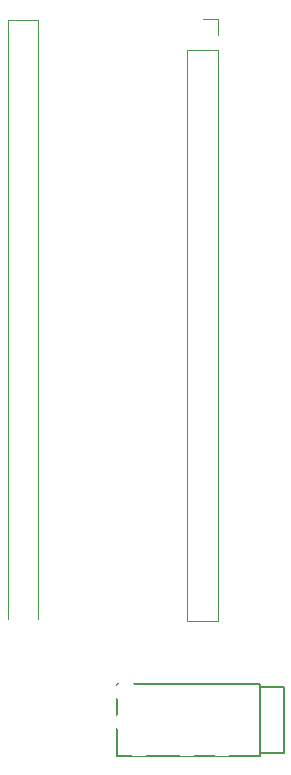
<source format=gto>
%TF.GenerationSoftware,KiCad,Pcbnew,9.0.4*%
%TF.CreationDate,2025-09-18T00:08:17-03:00*%
%TF.ProjectId,KalyPCB,4b616c79-5043-4422-9e6b-696361645f70,v1.0.0*%
%TF.SameCoordinates,Original*%
%TF.FileFunction,Legend,Top*%
%TF.FilePolarity,Positive*%
%FSLAX46Y46*%
G04 Gerber Fmt 4.6, Leading zero omitted, Abs format (unit mm)*
G04 Created by KiCad (PCBNEW 9.0.4) date 2025-09-18 00:08:17*
%MOMM*%
%LPD*%
G01*
G04 APERTURE LIST*
%ADD10C,0.120000*%
%ADD11C,0.150000*%
%ADD12C,1.701800*%
%ADD13C,3.429000*%
%ADD14C,2.032000*%
%ADD15R,1.700000X1.700000*%
%ADD16C,1.700000*%
%ADD17C,0.800000*%
%ADD18O,2.000000X1.600000*%
G04 APERTURE END LIST*
D10*
%TO.C,*%
X127230000Y-22170000D02*
X127230000Y-72970000D01*
X129770000Y-22170000D02*
X127230000Y-22170000D01*
X129770000Y-72970000D02*
X127230000Y-72970000D01*
X129770000Y-72970000D02*
X129770000Y-22170000D01*
X142410000Y-24710000D02*
X142410000Y-73030000D01*
X142410000Y-73030000D02*
X145070000Y-73030000D01*
X145070000Y-22110000D02*
X143740000Y-22110000D01*
X145070000Y-23440000D02*
X145070000Y-22110000D01*
X145070000Y-24710000D02*
X142410000Y-24710000D01*
X145070000Y-73030000D02*
X145070000Y-24710000D01*
D11*
%TO.C,J1*%
X148590000Y-78370000D02*
X136490000Y-78370000D01*
X148590000Y-78620000D02*
X150590000Y-78620000D01*
X150590000Y-84220000D02*
X150590000Y-78620000D01*
X148590000Y-84220000D02*
X150590000Y-84220000D01*
X148590000Y-84470000D02*
X148590000Y-78370000D01*
X148590000Y-84470000D02*
X136490000Y-84470000D01*
X136490000Y-84470000D02*
X136490000Y-78370000D01*
%TD*%
%LPC*%
D10*
%TO.C,*%
X127230000Y-72970000D02*
X129770000Y-72970000D01*
%TD*%
D12*
%TO.C,S8*%
X63500000Y-43500000D03*
D13*
X58000000Y-43500000D03*
D12*
X52500000Y-43500000D03*
D14*
X63000000Y-47300000D03*
X53000000Y-47300000D03*
X58000000Y-49400000D03*
X58000000Y-49400000D03*
%TD*%
D12*
%TO.C,S20*%
X115938462Y-86226324D03*
D13*
X120602727Y-89140880D03*
D12*
X125266992Y-92055436D03*
D14*
X118376180Y-83268701D03*
X126856661Y-88567894D03*
X123729251Y-84137396D03*
X123729251Y-84137396D03*
%TD*%
D12*
%TO.C,S10*%
X81500000Y-55740000D03*
D13*
X76000000Y-55740000D03*
D12*
X70500000Y-55740000D03*
D14*
X81000000Y-59540000D03*
X71000000Y-59540000D03*
X76000000Y-61640000D03*
X76000000Y-61640000D03*
%TD*%
D12*
%TO.C,S13*%
X99500000Y-60500000D03*
D13*
X94000000Y-60500000D03*
D12*
X88500000Y-60500000D03*
D14*
X99000000Y-64300000D03*
X89000000Y-64300000D03*
X94000000Y-66400000D03*
X94000000Y-66400000D03*
%TD*%
D12*
%TO.C,S4*%
X45500000Y-73070000D03*
D13*
X40000000Y-73070000D03*
D12*
X34500000Y-73070000D03*
D14*
X45000000Y-76870000D03*
X35000000Y-76870000D03*
X40000000Y-78970000D03*
X40000000Y-78970000D03*
%TD*%
D15*
%TO.C,*%
X125840000Y-23460000D03*
X143740000Y-23440000D03*
D16*
X125840000Y-26000000D03*
X143740000Y-25980000D03*
X125840000Y-28540000D03*
X143740000Y-28520000D03*
X125840000Y-31080000D03*
X143740000Y-31060000D03*
X125840000Y-33620000D03*
X143740000Y-33600000D03*
X125840000Y-36160000D03*
X143740000Y-36140000D03*
X125840000Y-38700000D03*
X143740000Y-38680000D03*
X125840000Y-41240000D03*
X143740000Y-41220000D03*
X125840000Y-43780000D03*
X143740000Y-43760000D03*
X125840000Y-46320000D03*
X143740000Y-46300000D03*
X125840000Y-48860000D03*
X143740000Y-48840000D03*
X125840000Y-51400000D03*
X143740000Y-51380000D03*
X125840000Y-53940000D03*
X143740000Y-53920000D03*
X125840000Y-56480000D03*
X143740000Y-56460000D03*
X125840000Y-59020000D03*
X143740000Y-59000000D03*
X125840000Y-61560000D03*
X143740000Y-61540000D03*
X125840000Y-64100000D03*
X143740000Y-64080000D03*
X125840000Y-66640000D03*
X143740000Y-66620000D03*
X125840000Y-69180000D03*
X143740000Y-69160000D03*
X125840000Y-71720000D03*
X143740000Y-71700000D03*
X128500000Y-71700000D03*
X141080000Y-71720000D03*
X128500000Y-69160000D03*
X141080000Y-69180000D03*
X128500000Y-66620000D03*
X141080000Y-66640000D03*
X128500000Y-64080000D03*
X141080000Y-64100000D03*
X128500000Y-61540000D03*
X141080000Y-61560000D03*
X128500000Y-59000000D03*
X141080000Y-59020000D03*
X128500000Y-56460000D03*
X141080000Y-56480000D03*
X128500000Y-53920000D03*
X141080000Y-53940000D03*
X128500000Y-51380000D03*
X141080000Y-51400000D03*
X128500000Y-48840000D03*
X141080000Y-48860000D03*
X128500000Y-46300000D03*
X141080000Y-46320000D03*
X128500000Y-43760000D03*
X141080000Y-43780000D03*
X128500000Y-41220000D03*
X141080000Y-41240000D03*
X128500000Y-38680000D03*
X141080000Y-38700000D03*
X128500000Y-36140000D03*
X141080000Y-36160000D03*
X128500000Y-33600000D03*
X141080000Y-33620000D03*
X128500000Y-31060000D03*
X141080000Y-31080000D03*
X128500000Y-28520000D03*
X141080000Y-28540000D03*
X128500000Y-25980000D03*
X141080000Y-26000000D03*
X128500000Y-23440000D03*
X141080000Y-23460000D03*
%TD*%
D12*
%TO.C,S21*%
X132306591Y-104520659D03*
D13*
X136127212Y-100564290D03*
D12*
X139947833Y-96607921D03*
D14*
X129920429Y-101521287D03*
X136867013Y-94327889D03*
X131883107Y-96465806D03*
X131883107Y-96465806D03*
%TD*%
D12*
%TO.C,S5*%
X45500000Y-56070000D03*
D13*
X40000000Y-56070000D03*
D12*
X34500000Y-56070000D03*
D14*
X45000000Y-59870000D03*
X35000000Y-59870000D03*
X40000000Y-61970000D03*
X40000000Y-61970000D03*
%TD*%
D12*
%TO.C,S19*%
X96337408Y-79476495D03*
D13*
X101650000Y-80900000D03*
D12*
X106962592Y-82323505D03*
D14*
X97803883Y-75935387D03*
X107463142Y-78523577D03*
X103177032Y-75201038D03*
X103177032Y-75201038D03*
%TD*%
D12*
%TO.C,S15*%
X99500000Y-26500000D03*
D13*
X94000000Y-26500000D03*
D12*
X88500000Y-26500000D03*
D14*
X99000000Y-30300000D03*
X89000000Y-30300000D03*
X94000000Y-32400000D03*
X94000000Y-32400000D03*
%TD*%
D12*
%TO.C,S1*%
X27500000Y-73070000D03*
D13*
X22000000Y-73070000D03*
D12*
X16500000Y-73070000D03*
D14*
X27000000Y-76870000D03*
X17000000Y-76870000D03*
X22000000Y-78970000D03*
X22000000Y-78970000D03*
%TD*%
D12*
%TO.C,S18*%
X117500000Y-29360000D03*
D13*
X112000000Y-29360000D03*
D12*
X106500000Y-29360000D03*
D14*
X117000000Y-33160000D03*
X107000000Y-33160000D03*
X112000000Y-35260000D03*
X112000000Y-35260000D03*
%TD*%
D17*
%TO.C,J1*%
X146990000Y-79320000D03*
X139990000Y-79320000D03*
X146990000Y-81420000D03*
X139990000Y-81420000D03*
D18*
X137290000Y-79120000D03*
X137290000Y-81620000D03*
X138390000Y-77020000D03*
X138390000Y-83720000D03*
X142390000Y-77020000D03*
X145390000Y-83720000D03*
X145390000Y-77020000D03*
X142390000Y-83720000D03*
%TD*%
D12*
%TO.C,S11*%
X81500000Y-38740000D03*
D13*
X76000000Y-38740000D03*
D12*
X70500000Y-38740000D03*
D14*
X81000000Y-42540000D03*
X71000000Y-42540000D03*
X76000000Y-44640000D03*
X76000000Y-44640000D03*
%TD*%
D12*
%TO.C,S9*%
X63500000Y-26500000D03*
D13*
X58000000Y-26500000D03*
D12*
X52500000Y-26500000D03*
D14*
X63000000Y-30300000D03*
X53000000Y-30300000D03*
X58000000Y-32400000D03*
X58000000Y-32400000D03*
%TD*%
D12*
%TO.C,S6*%
X45500000Y-39070000D03*
D13*
X40000000Y-39070000D03*
D12*
X34500000Y-39070000D03*
D14*
X45000000Y-42870000D03*
X35000000Y-42870000D03*
X40000000Y-44970000D03*
X40000000Y-44970000D03*
%TD*%
D12*
%TO.C,S14*%
X99500000Y-43500000D03*
D13*
X94000000Y-43500000D03*
D12*
X88500000Y-43500000D03*
D14*
X99000000Y-47300000D03*
X89000000Y-47300000D03*
X94000000Y-49400000D03*
X94000000Y-49400000D03*
%TD*%
D12*
%TO.C,S12*%
X81500000Y-21740000D03*
D13*
X76000000Y-21740000D03*
D12*
X70500000Y-21740000D03*
D14*
X81000000Y-25540000D03*
X71000000Y-25540000D03*
X76000000Y-27640000D03*
X76000000Y-27640000D03*
%TD*%
D12*
%TO.C,S16*%
X117500000Y-63360000D03*
D13*
X112000000Y-63360000D03*
D12*
X106500000Y-63360000D03*
D14*
X117000000Y-67160000D03*
X107000000Y-67160000D03*
X112000000Y-69260000D03*
X112000000Y-69260000D03*
%TD*%
D12*
%TO.C,S3*%
X27500000Y-39070000D03*
D13*
X22000000Y-39070000D03*
D12*
X16500000Y-39070000D03*
D14*
X27000000Y-42870000D03*
X17000000Y-42870000D03*
X22000000Y-44970000D03*
X22000000Y-44970000D03*
%TD*%
D12*
%TO.C,S2*%
X27500000Y-56070000D03*
D13*
X22000000Y-56070000D03*
D12*
X16500000Y-56070000D03*
D14*
X27000000Y-59870000D03*
X17000000Y-59870000D03*
X22000000Y-61970000D03*
X22000000Y-61970000D03*
%TD*%
D12*
%TO.C,S17*%
X117500000Y-46360000D03*
D13*
X112000000Y-46360000D03*
D12*
X106500000Y-46360000D03*
D14*
X117000000Y-50160000D03*
X107000000Y-50160000D03*
X112000000Y-52260000D03*
X112000000Y-52260000D03*
%TD*%
D12*
%TO.C,S7*%
X63500000Y-60500000D03*
D13*
X58000000Y-60500000D03*
D12*
X52500000Y-60500000D03*
D14*
X63000000Y-64300000D03*
X53000000Y-64300000D03*
X58000000Y-66400000D03*
X58000000Y-66400000D03*
%TD*%
%LPD*%
M02*

</source>
